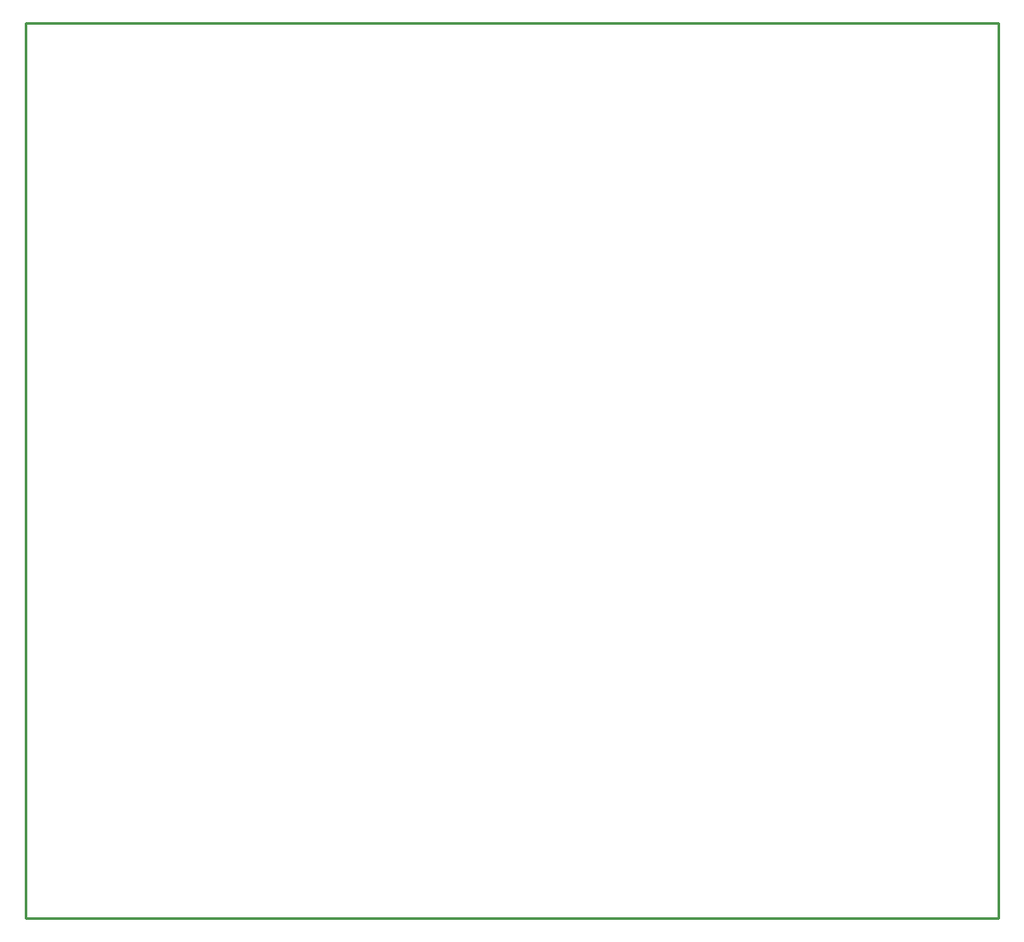
<source format=gbr>
*
%LPD*%
%LNKEEPOUT*%
%FSLAX25Y25*%
%MOIN*%
%AD*%
%AD*%
%ADD13C,0.01*%
G54D13*
%SRX1Y1I0.0J0.0*%
G1X0Y0D2*
G1X0Y350000D1*
G1X0Y0D2*
G1X380000Y0D1*
G1X0Y350000D2*
G1X380000Y350000D1*
G1X380000Y0D2*
G1X380000Y350000D1*
M2*

</source>
